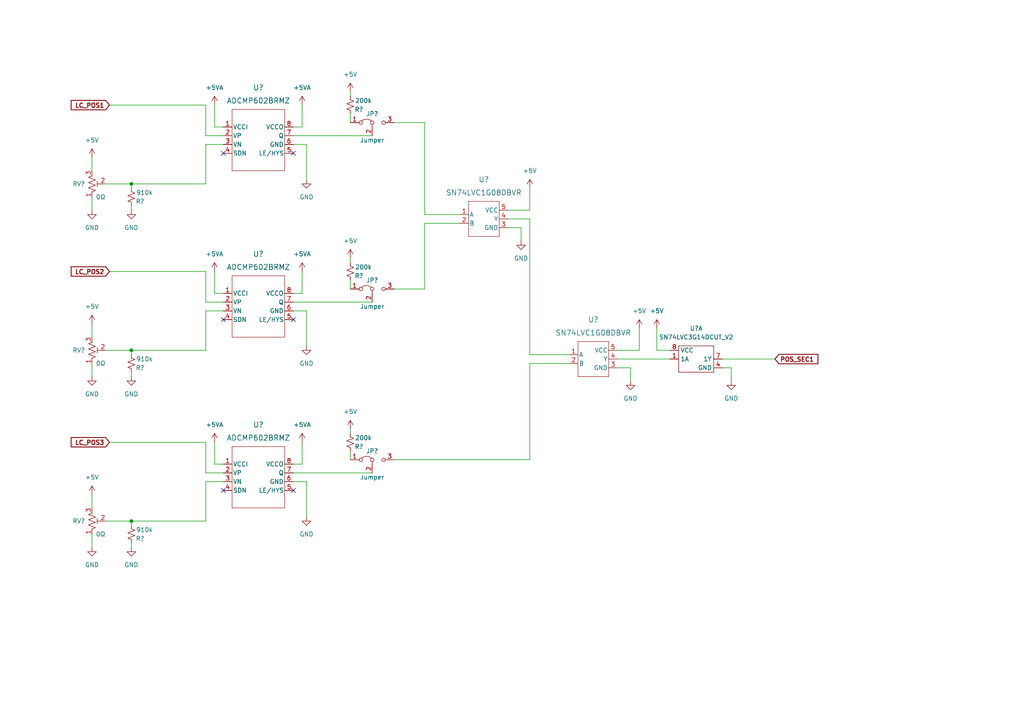
<source format=kicad_sch>
(kicad_sch (version 20211123) (generator eeschema)
  (paper "A4")
  (lib_symbols
    (symbol "ADCMP602BRMZ_1" (pin_names (offset 0.254))
      (property "Reference" "U" (at 8.89 6.35 0))
      (property "Value" "ADCMP602BRMZ_1" (at 16.51 -13.97 0))
      (symbol "ADCMP602BRMZ_1_1_1"
        (polyline (pts (xy 7.62 -12.7) (xy 22.86 -12.7)) (stroke (width 0.127)))
        (polyline (pts (xy 7.62 5.08) (xy 7.62 -12.7)) (stroke (width 0.127)))
        (polyline (pts (xy 22.86 -12.7) (xy 22.86 5.08)) (stroke (width 0.127)))
        (polyline (pts (xy 22.86 5.08) (xy 7.62 5.08)) (stroke (width 0.127)))
        (pin bidirectional line (at 5.08 0 0) (length 2.54) (name "VCCI") (number "1"))
        (pin input line (at 5.08 -2.54 0) (length 2.54) (name "VP") (number "2"))
        (pin input line (at 5.08 -5.08 0) (length 2.54) (name "VN") (number "3"))
        (pin unspecified line (at 5.08 -7.62 0) (length 2.54) (name "SDN") (number "4"))
        (pin unspecified line (at 25.4 -7.62 180) (length 2.45) (name "LE/HYS") (number "5"))
        (pin bidirectional line (at 25.4 -5.08 180) (length 2.54) (name "GND") (number "6"))
        (pin output line (at 25.4 -2.54 180) (length 2.54) (name "Q") (number "7"))
        (pin bidirectional line (at 25.4 0 180) (length 2.54) (name "VCCO") (number "8"))
      )
    )
    (symbol "Device:R_Potentiometer_Trim_US" (pin_names (offset 1.016) hide)
      (property "Reference" "RV" (at -4.445 0 90))
      (property "Value" "R_Potentiometer_Trim_US" (at -2.54 0 90))
      (symbol "R_Potentiometer_Trim_US_0_1"
        (polyline (pts (xy 0 -2.286) (xy 0 -2.54)))
        (polyline (pts (xy 0 2.286) (xy 0 2.54)))
        (polyline (pts (xy 1.524 0.762) (xy 1.524 -0.762)))
        (polyline (pts (xy 2.54 0) (xy 1.524 0)))
        (polyline (pts (xy 0 -0.762) (xy 1.016 -1.143) (xy 0 -1.524) (xy -1.016 -1.905) (xy 0 -2.286)))
        (polyline (pts (xy 0 0.762) (xy 1.016 0.381) (xy 0 0) (xy -1.016 -0.381) (xy 0 -0.762)))
        (polyline (pts (xy 0 2.286) (xy 1.016 1.905) (xy 0 1.524) (xy -1.016 1.143) (xy 0 0.762)))
      )
      (symbol "R_Potentiometer_Trim_US_1_1"
        (pin passive line (at 0 3.81 270) (length 1.27) (name "1") (number "1"))
        (pin passive line (at 3.81 0 180) (length 1.27) (name "2") (number "2"))
        (pin passive line (at 0 -3.81 90) (length 1.27) (name "3") (number "3"))
      )
    )
    (symbol "Device:R_Small_US" (pin_numbers hide) (pin_names (offset 0.254) hide)
      (property "Reference" "R" (at 0.762 0.508 0))
      (property "Value" "R_Small_US" (at 0.762 -1.016 0))
      (symbol "R_Small_US_1_1"
        (polyline (pts (xy 0 0) (xy 1.016 -0.381) (xy 0 -0.762) (xy -1.016 -1.143) (xy 0 -1.524)))
        (polyline (pts (xy 0 1.524) (xy 1.016 1.143) (xy 0 0.762) (xy -1.016 0.381) (xy 0 0)))
        (pin passive line (at 0 2.54 270) (length 1.016) (name "~") (number "1"))
        (pin passive line (at 0 -2.54 90) (length 1.016) (name "~") (number "2"))
      )
    )
    (symbol "Jumper:Jumper_3_Bridged12" (pin_names (offset 0) hide)
      (property "Reference" "JP" (at -2.54 -2.54 0))
      (property "Value" "Jumper_3_Bridged12" (at 0 2.794 0))
      (symbol "Jumper_3_Bridged12_0_0"
        (circle (center -3.302 0) (radius 0.508))
        (circle (center 0 0) (radius 0.508))
        (circle (center 3.302 0) (radius 0.508))
      )
      (symbol "Jumper_3_Bridged12_0_1"
        (arc (start -0.254 0.508) (mid -1.651 0.9912) (end -3.048 0.508))
        (polyline (pts (xy 0 -1.27) (xy 0 -0.508)))
      )
      (symbol "Jumper_3_Bridged12_1_1"
        (pin passive line (at -6.35 0 0) (length 2.54) (name "A") (number "1"))
        (pin passive line (at 0 -3.81 90) (length 2.54) (name "C") (number "2"))
        (pin passive line (at 6.35 0 180) (length 2.54) (name "B") (number "3"))
      )
    )
    (symbol "SymLib:SN74LVC1G08DBVR" (pin_names (offset 0.254))
      (property "Reference" "U" (at 25.4 10.16 0))
      (property "Value" "SN74LVC1G08DBVR" (at 25.4 7.62 0))
      (symbol "SN74LVC1G08DBVR_0_1"
        (polyline (pts (xy 20.32 -7.62) (xy 29.21 -7.62)) (stroke (width 0.127)))
        (polyline (pts (xy 20.32 2.54) (xy 20.32 -7.62)) (stroke (width 0.127)))
        (polyline (pts (xy 29.21 -7.62) (xy 29.21 2.54)) (stroke (width 0.127)))
        (polyline (pts (xy 29.21 2.54) (xy 20.32 2.54)) (stroke (width 0.127)))
        (pin input line (at 17.78 -1.27 0) (length 2.54) (name "A") (number "1"))
        (pin input line (at 17.78 -3.81 0) (length 2.54) (name "B") (number "2"))
        (pin power_in line (at 31.75 -5.08 180) (length 2.54) (name "GND") (number "3"))
        (pin output line (at 31.75 -2.54 180) (length 2.54) (name "Y") (number "4"))
        (pin power_in line (at 31.75 0 180) (length 2.54) (name "VCC") (number "5"))
      )
    )
    (symbol "SymLib:SN74LVC3G14DCUT_V2"
      (property "Reference" "U" (at -3.81 5.08 0))
      (property "Value" "SN74LVC3G14DCUT_V2" (at 0 -5.08 0))
      (symbol "SN74LVC3G14DCUT_V2_0_1"
        (rectangle (start -5.08 -3.81) (end 5.08 -3.81))
        (rectangle (start -5.08 3.81) (end -5.08 -3.81))
        (rectangle (start -5.08 3.81) (end 5.08 3.81))
        (rectangle (start 5.08 3.81) (end 5.08 -3.81))
      )
      (symbol "SN74LVC3G14DCUT_V2_1_1"
        (pin bidirectional line (at -7.62 0 0) (length 2.54) (name "1A") (number "1"))
        (pin bidirectional line (at 7.62 -2.54 180) (length 2.54) (name "GND") (number "4"))
        (pin output line (at 7.62 0 180) (length 2.54) (name "1Y") (number "7"))
        (pin bidirectional line (at -7.62 2.54 0) (length 2.54) (name "VCC") (number "8"))
      )
      (symbol "SN74LVC3G14DCUT_V2_2_1"
        (pin bidirectional line (at -7.62 0 0) (length 2.54) (name "2A") (number "3"))
        (pin output line (at 7.62 0 180) (length 2.54) (name "2Y") (number "5"))
      )
      (symbol "SN74LVC3G14DCUT_V2_3_1"
        (pin output line (at 7.62 0 180) (length 2.54) (name "3Y") (number "2"))
        (pin bidirectional line (at -7.62 0 0) (length 2.54) (name "3A") (number "6"))
      )
    )
    (symbol "power:+5V" (power) (pin_names (offset 0))
      (property "Value" "+5V" (at 0 3.556 0))
      (symbol "+5V_0_1"
        (polyline (pts (xy -0.762 1.27) (xy 0 2.54)))
        (polyline (pts (xy 0 0) (xy 0 2.54)))
        (polyline (pts (xy 0 2.54) (xy 0.762 1.27)))
      )
      (symbol "+5V_1_1"
        (pin power_in line (at 0 0 90) (length 0) hide (name "+5V") (number "1"))
      )
    )
    (symbol "power:+5VA" (power) (pin_names (offset 0))
      (property "Value" "+5VA" (at 0 3.556 0))
      (symbol "+5VA_0_1"
        (polyline (pts (xy -0.762 1.27) (xy 0 2.54)))
        (polyline (pts (xy 0 0) (xy 0 2.54)))
        (polyline (pts (xy 0 2.54) (xy 0.762 1.27)))
      )
      (symbol "+5VA_1_1"
        (pin power_in line (at 0 0 90) (length 0) hide (name "+5VA") (number "1"))
      )
    )
    (symbol "power:GND" (power) (pin_names (offset 0))
      (property "Value" "GND" (at 0 -3.81 0))
      (symbol "GND_0_1"
        (polyline (pts (xy 0 0) (xy 0 -1.27) (xy 1.27 -1.27) (xy 0 -2.54) (xy -1.27 -1.27) (xy 0 -1.27)))
      )
      (symbol "GND_1_1"
        (pin power_in line (at 0 0 270) (length 0) hide (name "GND") (number "1"))
      )
    )
  )
  (junction (at 38.1 151.13))
  (junction (at 38.1 101.6))
  (junction (at 38.1 53.34))
  (no_connect (at 64.77 44.45))
  (no_connect (at 85.09 92.71))
  (no_connect (at 85.09 142.24))
  (no_connect (at 85.09 44.45))
  (no_connect (at 64.77 142.24))
  (no_connect (at 64.77 92.71))
  (wire (pts (xy 30.48 53.34) (xy 38.1 53.34)))
  (wire (pts (xy 209.55 104.14) (xy 224.79 104.14)))
  (wire (pts (xy 153.67 63.5) (xy 153.67 102.87)))
  (wire (pts (xy 147.32 60.96) (xy 153.67 60.96)))
  (wire (pts (xy 85.09 39.37) (xy 107.95 39.37)))
  (wire (pts (xy 59.69 41.91) (xy 64.77 41.91)))
  (wire (pts (xy 101.6 125.73) (xy 101.6 124.46)))
  (wire (pts (xy 38.1 53.34) (xy 38.1 54.61)))
  (wire (pts (xy 59.69 30.48) (xy 59.69 39.37)))
  (wire (pts (xy 151.13 66.04) (xy 151.13 69.85)))
  (wire (pts (xy 123.19 35.56) (xy 114.3 35.56)))
  (wire (pts (xy 147.32 63.5) (xy 153.67 63.5)))
  (wire (pts (xy 59.69 139.7) (xy 59.69 151.13)))
  (wire (pts (xy 38.1 53.34) (xy 59.69 53.34)))
  (wire (pts (xy 38.1 151.13) (xy 38.1 152.4)))
  (wire (pts (xy 87.63 30.48) (xy 87.63 36.83)))
  (wire (pts (xy 64.77 36.83) (xy 62.23 36.83)))
  (wire (pts (xy 26.67 93.98) (xy 26.67 97.79)))
  (wire (pts (xy 38.1 59.69) (xy 38.1 60.96)))
  (wire (pts (xy 26.67 45.72) (xy 26.67 49.53)))
  (wire (pts (xy 31.75 30.48) (xy 59.69 30.48)))
  (wire (pts (xy 38.1 151.13) (xy 59.69 151.13)))
  (wire (pts (xy 123.19 64.77) (xy 133.35 64.77)))
  (wire (pts (xy 38.1 101.6) (xy 59.69 101.6)))
  (wire (pts (xy 62.23 85.09) (xy 62.23 78.74)))
  (wire (pts (xy 62.23 134.62) (xy 62.23 128.27)))
  (wire (pts (xy 101.6 27.94) (xy 101.6 26.67)))
  (wire (pts (xy 87.63 78.74) (xy 87.63 85.09)))
  (wire (pts (xy 64.77 134.62) (xy 62.23 134.62)))
  (wire (pts (xy 62.23 36.83) (xy 62.23 30.48)))
  (wire (pts (xy 85.09 41.91) (xy 88.9 41.91)))
  (wire (pts (xy 209.55 106.68) (xy 212.09 106.68)))
  (wire (pts (xy 59.69 137.16) (xy 64.77 137.16)))
  (wire (pts (xy 59.69 128.27) (xy 59.69 137.16)))
  (wire (pts (xy 179.07 101.6) (xy 185.42 101.6)))
  (wire (pts (xy 59.69 87.63) (xy 64.77 87.63)))
  (wire (pts (xy 179.07 104.14) (xy 194.31 104.14)))
  (wire (pts (xy 85.09 139.7) (xy 88.9 139.7)))
  (wire (pts (xy 182.88 106.68) (xy 182.88 110.49)))
  (wire (pts (xy 114.3 83.82) (xy 123.19 83.82)))
  (wire (pts (xy 59.69 78.74) (xy 59.69 87.63)))
  (wire (pts (xy 59.69 39.37) (xy 64.77 39.37)))
  (wire (pts (xy 101.6 81.28) (xy 101.6 83.82)))
  (wire (pts (xy 212.09 106.68) (xy 212.09 110.49)))
  (wire (pts (xy 123.19 35.56) (xy 123.19 62.23)))
  (wire (pts (xy 38.1 101.6) (xy 38.1 102.87)))
  (wire (pts (xy 153.67 105.41) (xy 165.1 105.41)))
  (wire (pts (xy 30.48 151.13) (xy 38.1 151.13)))
  (wire (pts (xy 101.6 76.2) (xy 101.6 74.93)))
  (wire (pts (xy 101.6 130.81) (xy 101.6 133.35)))
  (wire (pts (xy 153.67 133.35) (xy 153.67 105.41)))
  (wire (pts (xy 185.42 95.25) (xy 185.42 101.6)))
  (wire (pts (xy 59.69 90.17) (xy 64.77 90.17)))
  (wire (pts (xy 123.19 83.82) (xy 123.19 64.77)))
  (wire (pts (xy 88.9 139.7) (xy 88.9 149.86)))
  (wire (pts (xy 31.75 128.27) (xy 59.69 128.27)))
  (wire (pts (xy 26.67 154.94) (xy 26.67 158.75)))
  (wire (pts (xy 30.48 101.6) (xy 38.1 101.6)))
  (wire (pts (xy 26.67 105.41) (xy 26.67 109.22)))
  (wire (pts (xy 88.9 90.17) (xy 88.9 100.33)))
  (wire (pts (xy 64.77 85.09) (xy 62.23 85.09)))
  (wire (pts (xy 26.67 57.15) (xy 26.67 60.96)))
  (wire (pts (xy 85.09 137.16) (xy 107.95 137.16)))
  (wire (pts (xy 190.5 95.25) (xy 190.5 101.6)))
  (wire (pts (xy 147.32 66.04) (xy 151.13 66.04)))
  (wire (pts (xy 85.09 90.17) (xy 88.9 90.17)))
  (wire (pts (xy 85.09 134.62) (xy 87.63 134.62)))
  (wire (pts (xy 87.63 128.27) (xy 87.63 134.62)))
  (wire (pts (xy 114.3 133.35) (xy 153.67 133.35)))
  (wire (pts (xy 59.69 90.17) (xy 59.69 101.6)))
  (wire (pts (xy 38.1 107.95) (xy 38.1 109.22)))
  (wire (pts (xy 88.9 41.91) (xy 88.9 52.07)))
  (wire (pts (xy 38.1 157.48) (xy 38.1 158.75)))
  (wire (pts (xy 59.69 139.7) (xy 64.77 139.7)))
  (wire (pts (xy 85.09 36.83) (xy 87.63 36.83)))
  (wire (pts (xy 59.69 41.91) (xy 59.69 53.34)))
  (wire (pts (xy 179.07 106.68) (xy 182.88 106.68)))
  (wire (pts (xy 85.09 87.63) (xy 107.95 87.63)))
  (wire (pts (xy 123.19 62.23) (xy 133.35 62.23)))
  (wire (pts (xy 31.75 78.74) (xy 59.69 78.74)))
  (wire (pts (xy 101.6 33.02) (xy 101.6 35.56)))
  (wire (pts (xy 153.67 102.87) (xy 165.1 102.87)))
  (wire (pts (xy 26.67 143.51) (xy 26.67 147.32)))
  (wire (pts (xy 194.31 101.6) (xy 190.5 101.6)))
  (wire (pts (xy 85.09 85.09) (xy 87.63 85.09)))
  (wire (pts (xy 153.67 54.61) (xy 153.67 60.96)))
  (global_label "POS_SEC1" (shape input) (at 224.79 104.14 0) (effects (font (thickness 0.254) bold)) (property "Intersheet References" "${INTERSHEET_REFS}" (effects hide)))
  (global_label "LC_POS2" (shape input) (at 31.75 78.74 180) (effects (font (thickness 0.254) bold)) (property "Intersheet References" "${INTERSHEET_REFS}" (effects hide)))
  (global_label "LC_POS3" (shape input) (at 31.75 128.27 180) (effects (font (thickness 0.254) bold)) (property "Intersheet References" "${INTERSHEET_REFS}" (effects hide)))
  (global_label "LC_POS1" (shape input) (at 31.75 30.48 180) (effects (font (thickness 0.254) bold)) (property "Intersheet References" "${INTERSHEET_REFS}" (effects hide)))
  (symbol (lib_id "Device:R_Small_US") (at 38.1 154.94 0) (unit 1)
    (property "Reference" "R?" (at 40.64 156.21 0))
    (property "Value" "910k" (at 41.91 153.67 0))
    (property "Footprint" "Resistor_SMD:R_0603_1608Metric" (effects hide))
  )
  (symbol (lib_id "Jumper:Jumper_3_Bridged12") (at 107.95 83.82 0) (unit 1)
    (property "Reference" "JP?" (at 107.95 81.28 0))
    (property "Value" "Jumper" (at 107.95 88.9 0))
    (property "Footprint" "Connector_PinHeader_2.54mm:PinHeader_1x03_P2.54mm_Vertical" (effects hide))
  )
  (symbol (lib_id "power:+5VA") (at 87.63 78.74 0) (unit 1)
    (property "Reference" "#PWR?" (effects hide))
    (property "Value" "+5VA" (at 87.63 73.66 0))
  )
  (symbol (lib_id "power:+5VA") (at 62.23 30.48 0) (unit 1)
    (property "Reference" "#PWR?" (effects hide))
    (property "Value" "+5VA" (at 62.23 25.4 0))
  )
  (symbol (lib_id "power:GND") (at 88.9 52.07 0) (unit 1)
    (property "Reference" "#PWR?" (effects hide))
    (property "Value" "GND" (at 88.9 57.15 0))
  )
  (symbol (lib_id "Device:R_Small_US") (at 38.1 105.41 0) (unit 1)
    (property "Reference" "R?" (at 40.64 106.68 0))
    (property "Value" "910k" (at 41.91 104.14 0))
    (property "Footprint" "Resistor_SMD:R_0603_1608Metric" (effects hide))
  )
  (symbol (lib_id "power:GND") (at 38.1 158.75 0) (unit 1)
    (property "Reference" "#PWR?" (effects hide))
    (property "Value" "GND" (at 38.1 163.83 0))
  )
  (symbol (lib_id "SymLib:SN74LVC1G08DBVR") (at 147.32 101.6 0) (unit 1)
    (property "Reference" "U?" (at 172.085 92.71 0) (effects (font (size 1.524 1.524))))
    (property "Value" "SN74LVC1G08DBVR" (at 172.085 96.52 0) (effects (font (size 1.524 1.524))))
    (property "Footprint" "FootPrint:SOT95P270X145-5N" (effects hide))
  )
  (symbol (lib_id "power:+5V") (at 153.67 54.61 0) (unit 1)
    (property "Reference" "#PWR?" (effects hide))
    (property "Value" "+5V" (at 153.67 49.53 0))
  )
  (symbol (lib_id "power:GND") (at 26.67 109.22 0) (unit 1)
    (property "Reference" "#PWR?" (effects hide))
    (property "Value" "GND" (at 26.67 114.3 0))
  )
  (symbol (lib_id "power:+5V") (at 26.67 93.98 0) (unit 1)
    (property "Reference" "#PWR?" (effects hide))
    (property "Value" "+5V" (at 26.67 88.9 0))
  )
  (symbol (lib_id "Device:R_Small_US") (at 101.6 30.48 0) (unit 1)
    (property "Reference" "R?" (at 104.14 31.75 0))
    (property "Value" "200k" (at 105.41 29.21 0))
    (property "Footprint" "Resistor_SMD:R_0603_1608Metric" (effects hide))
  )
  (symbol (lib_name "ADCMP602BRMZ_1") (lib_id "SymLib:ADCMP602BRMZ") (at 59.69 134.62 0) (unit 1)
    (property "Reference" "U?" (at 74.9432 123.19 0) (effects (font (size 1.524 1.524))))
    (property "Value" "ADCMP602BRMZ" (at 74.9432 127 0) (effects (font (size 1.524 1.524))))
    (property "Footprint" "FootPrint:ADCMP602BRMZ" (effects hide))
    (property "Datasheet" "ADCMP602BRMZ" (effects hide))
  )
  (symbol (lib_id "power:GND") (at 26.67 60.96 0) (unit 1)
    (property "Reference" "#PWR?" (effects hide))
    (property "Value" "GND" (at 26.67 66.04 0))
  )
  (symbol (lib_id "power:GND") (at 212.09 110.49 0) (unit 1)
    (property "Reference" "#PWR?" (effects hide))
    (property "Value" "GND" (at 212.09 115.57 0))
  )
  (symbol (lib_id "SymLib:SN74LVC3G14DCUT_V2") (at 201.93 104.14 0) (unit 1)
    (property "Reference" "U?" (at 201.93 95.25 0))
    (property "Value" "SN74LVC3G14DCUT_V2" (at 201.93 97.79 0))
    (property "Footprint" "FootPrint:SN74LVC3G14DCUT" (effects hide))
  )
  (symbol (lib_name "ADCMP602BRMZ_1") (lib_id "SymLib:ADCMP602BRMZ") (at 59.69 36.83 0) (unit 1)
    (property "Reference" "U?" (at 74.9432 25.4 0) (effects (font (size 1.524 1.524))))
    (property "Value" "ADCMP602BRMZ" (at 74.9432 29.21 0) (effects (font (size 1.524 1.524))))
    (property "Footprint" "FootPrint:ADCMP602BRMZ" (effects hide))
    (property "Datasheet" "ADCMP602BRMZ" (effects hide))
  )
  (symbol (lib_id "Jumper:Jumper_3_Bridged12") (at 107.95 133.35 0) (unit 1)
    (property "Reference" "JP?" (at 107.95 130.81 0))
    (property "Value" "Jumper" (at 107.95 138.43 0))
    (property "Footprint" "Connector_PinHeader_2.54mm:PinHeader_1x03_P2.54mm_Vertical" (effects hide))
  )
  (symbol (lib_id "power:+5V") (at 185.42 95.25 0) (unit 1)
    (property "Reference" "#PWR?" (effects hide))
    (property "Value" "+5V" (at 185.42 90.17 0))
  )
  (symbol (lib_id "power:+5VA") (at 87.63 128.27 0) (unit 1)
    (property "Reference" "#PWR?" (effects hide))
    (property "Value" "+5VA" (at 87.63 123.19 0))
  )
  (symbol (lib_id "power:GND") (at 151.13 69.85 0) (unit 1)
    (property "Reference" "#PWR?" (effects hide))
    (property "Value" "GND" (at 151.13 74.93 0))
  )
  (symbol (lib_id "Device:R_Small_US") (at 38.1 57.15 0) (unit 1)
    (property "Reference" "R?" (at 40.64 58.42 0))
    (property "Value" "910k" (at 41.91 55.88 0))
    (property "Footprint" "Resistor_SMD:R_0603_1608Metric" (effects hide))
  )
  (symbol (lib_id "Device:R_Small_US") (at 101.6 128.27 0) (unit 1)
    (property "Reference" "R?" (at 104.14 129.54 0))
    (property "Value" "200k" (at 105.41 127 0))
    (property "Footprint" "Resistor_SMD:R_0603_1608Metric" (effects hide))
  )
  (symbol (lib_id "power:GND") (at 26.67 158.75 0) (unit 1)
    (property "Reference" "#PWR?" (effects hide))
    (property "Value" "GND" (at 26.67 163.83 0))
  )
  (symbol (lib_id "power:GND") (at 38.1 60.96 0) (unit 1)
    (property "Reference" "#PWR?" (effects hide))
    (property "Value" "GND" (at 38.1 66.04 0))
  )
  (symbol (lib_id "power:+5V") (at 101.6 74.93 0) (unit 1)
    (property "Reference" "#PWR?" (effects hide))
    (property "Value" "+5V" (at 101.6 69.85 0))
  )
  (symbol (lib_id "Device:R_Potentiometer_Trim_US") (at 26.67 101.6 0) (mirror x) (unit 1)
    (property "Reference" "RV?" (at 22.86 101.6 0))
    (property "Value" "0Ω" (at 29.21 105.41 0))
    (property "Footprint" "FootPrint:TRIM_3362P-1-102LF" (effects hide))
  )
  (symbol (lib_id "power:GND") (at 182.88 110.49 0) (unit 1)
    (property "Reference" "#PWR?" (effects hide))
    (property "Value" "GND" (at 182.88 115.57 0))
  )
  (symbol (lib_id "power:+5V") (at 26.67 143.51 0) (unit 1)
    (property "Reference" "#PWR?" (effects hide))
    (property "Value" "+5V" (at 26.67 138.43 0))
  )
  (symbol (lib_id "Device:R_Potentiometer_Trim_US") (at 26.67 53.34 0) (mirror x) (unit 1)
    (property "Reference" "RV?" (at 22.86 53.34 0))
    (property "Value" "0Ω" (at 29.21 57.15 0))
    (property "Footprint" "FootPrint:TRIM_3362P-1-102LF" (effects hide))
  )
  (symbol (lib_id "Device:R_Potentiometer_Trim_US") (at 26.67 151.13 0) (mirror x) (unit 1)
    (property "Reference" "RV?" (at 22.86 151.13 0))
    (property "Value" "0Ω" (at 29.21 154.94 0))
    (property "Footprint" "FootPrint:TRIM_3362P-1-102LF" (effects hide))
  )
  (symbol (lib_id "power:GND") (at 38.1 109.22 0) (unit 1)
    (property "Reference" "#PWR?" (effects hide))
    (property "Value" "GND" (at 38.1 114.3 0))
  )
  (symbol (lib_id "power:GND") (at 88.9 149.86 0) (unit 1)
    (property "Reference" "#PWR?" (effects hide))
    (property "Value" "GND" (at 88.9 154.94 0))
  )
  (symbol (lib_id "power:+5V") (at 26.67 45.72 0) (unit 1)
    (property "Reference" "#PWR?" (effects hide))
    (property "Value" "+5V" (at 26.67 40.64 0))
  )
  (symbol (lib_id "power:+5V") (at 190.5 95.25 0) (unit 1)
    (property "Reference" "#PWR?" (effects hide))
    (property "Value" "+5V" (at 190.5 90.17 0))
  )
  (symbol (lib_id "power:+5V") (at 101.6 124.46 0) (unit 1)
    (property "Reference" "#PWR?" (effects hide))
    (property "Value" "+5V" (at 101.6 119.38 0))
  )
  (symbol (lib_id "power:+5VA") (at 87.63 30.48 0) (unit 1)
    (property "Reference" "#PWR?" (effects hide))
    (property "Value" "+5VA" (at 87.63 25.4 0))
  )
  (symbol (lib_id "power:+5V") (at 101.6 26.67 0) (unit 1)
    (property "Reference" "#PWR?" (effects hide))
    (property "Value" "+5V" (at 101.6 21.59 0))
  )
  (symbol (lib_id "Device:R_Small_US") (at 101.6 78.74 0) (unit 1)
    (property "Reference" "R?" (at 104.14 80.01 0))
    (property "Value" "200k" (at 105.41 77.47 0))
    (property "Footprint" "Resistor_SMD:R_0603_1608Metric" (effects hide))
  )
  (symbol (lib_name "ADCMP602BRMZ_1") (lib_id "SymLib:ADCMP602BRMZ") (at 59.69 85.09 0) (unit 1)
    (property "Reference" "U?" (at 74.9432 73.66 0) (effects (font (size 1.524 1.524))))
    (property "Value" "ADCMP602BRMZ" (at 74.9432 77.47 0) (effects (font (size 1.524 1.524))))
    (property "Footprint" "FootPrint:ADCMP602BRMZ" (effects hide))
    (property "Datasheet" "ADCMP602BRMZ" (effects hide))
  )
  (symbol (lib_id "SymLib:SN74LVC1G08DBVR") (at 115.57 60.96 0) (unit 1)
    (property "Reference" "U?" (at 140.335 52.07 0) (effects (font (size 1.524 1.524))))
    (property "Value" "SN74LVC1G08DBVR" (at 140.335 55.88 0) (effects (font (size 1.524 1.524))))
    (property "Footprint" "FootPrint:SOT95P270X145-5N" (effects hide))
  )
  (symbol (lib_id "power:+5VA") (at 62.23 78.74 0) (unit 1)
    (property "Reference" "#PWR?" (effects hide))
    (property "Value" "+5VA" (at 62.23 73.66 0))
  )
  (symbol (lib_id "power:+5VA") (at 62.23 128.27 0) (unit 1)
    (property "Reference" "#PWR?" (effects hide))
    (property "Value" "+5VA" (at 62.23 123.19 0))
  )
  (symbol (lib_id "Jumper:Jumper_3_Bridged12") (at 107.95 35.56 0) (unit 1)
    (property "Reference" "JP?" (at 107.95 33.02 0))
    (property "Value" "Jumper" (at 107.95 40.64 0))
    (property "Footprint" "Connector_PinHeader_2.54mm:PinHeader_1x03_P2.54mm_Vertical" (effects hide))
  )
  (symbol (lib_id "power:GND") (at 88.9 100.33 0) (unit 1)
    (property "Reference" "#PWR?" (effects hide))
    (property "Value" "GND" (at 88.9 105.41 0))
  )
)
</source>
